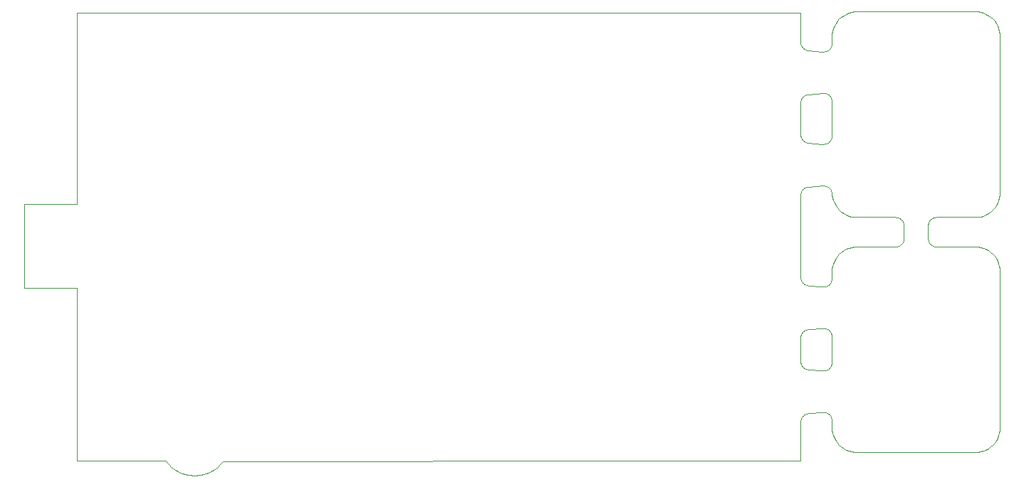
<source format=gko>
%MOIN*%
%OFA0B0*%
%FSLAX36Y36*%
%IPPOS*%
%LPD*%
%ADD10C,0*%
D10*
X003632999Y001598836D02*
X003632999Y001598836D01*
X003632999Y001747619D01*
X003633108Y001750542D01*
X003633433Y001753448D01*
X003633973Y001756322D01*
X003634725Y001759149D01*
X003635685Y001761911D01*
X003636847Y001764595D01*
X003638205Y001767185D01*
X003639752Y001769667D01*
X003641479Y001772027D01*
X003643376Y001774253D01*
X003645433Y001776332D01*
X003647638Y001778252D01*
X003649981Y001780004D01*
X003652446Y001781576D01*
X003655022Y001782961D01*
X003657693Y001784152D01*
X003660446Y001785140D01*
X003663264Y001785922D01*
X003666132Y001786492D01*
X003669035Y001786848D01*
X003736823Y001792610D01*
X003740078Y001792751D01*
X003743333Y001792623D01*
X003746567Y001792226D01*
X003749757Y001791563D01*
X003752881Y001790639D01*
X003755918Y001789459D01*
X003758847Y001788032D01*
X003761648Y001786368D01*
X003764302Y001784478D01*
X003766791Y001782375D01*
X003769097Y001780074D01*
X003771205Y001777589D01*
X003773100Y001774939D01*
X003774770Y001772141D01*
X003776203Y001769215D01*
X003777388Y001766181D01*
X003778319Y001763058D01*
X003778989Y001759870D01*
X003779392Y001756637D01*
X003779527Y001753381D01*
X003779527Y001593074D01*
X003779392Y001589819D01*
X003778989Y001586586D01*
X003778319Y001583397D01*
X003777388Y001580275D01*
X003776203Y001577240D01*
X003774770Y001574314D01*
X003773100Y001571516D01*
X003771205Y001568866D01*
X003769097Y001566382D01*
X003766791Y001564081D01*
X003764302Y001561978D01*
X003761648Y001560088D01*
X003758847Y001558424D01*
X003755918Y001556997D01*
X003752881Y001555817D01*
X003749757Y001554893D01*
X003746567Y001554230D01*
X003743333Y001553833D01*
X003740078Y001553704D01*
X003736823Y001553846D01*
X003669035Y001559608D01*
X003666132Y001559964D01*
X003663264Y001560534D01*
X003660446Y001561315D01*
X003657693Y001562304D01*
X003655022Y001563494D01*
X003652446Y001564879D01*
X003649981Y001566452D01*
X003647638Y001568203D01*
X003645433Y001570124D01*
X003643376Y001572203D01*
X003641479Y001574428D01*
X003639752Y001576789D01*
X003638205Y001579271D01*
X003636847Y001581861D01*
X003635685Y001584545D01*
X003634725Y001587307D01*
X003633973Y001590133D01*
X003633433Y001593008D01*
X003633108Y001595914D01*
X003632999Y001598836D01*
X003897637Y001072834D02*
X003897637Y001072834D01*
X003884413Y001072092D01*
X003871355Y001069873D01*
X003858628Y001066206D01*
X003846391Y001061138D01*
X003834799Y001054731D01*
X003823997Y001047066D01*
X003814120Y001038241D01*
X003805295Y001028364D01*
X003797630Y001017562D01*
X003791223Y001005970D01*
X003786155Y000993733D01*
X003782488Y000981006D01*
X003780270Y000967948D01*
X003779527Y000954724D01*
X003779527Y000923783D01*
X003779392Y000920528D01*
X003778989Y000917295D01*
X003778319Y000914106D01*
X003777388Y000910984D01*
X003776203Y000907949D01*
X003774770Y000905023D01*
X003773100Y000902225D01*
X003771205Y000899575D01*
X003769097Y000897091D01*
X003766791Y000894789D01*
X003764302Y000892686D01*
X003761648Y000890796D01*
X003758847Y000889132D01*
X003755918Y000887705D01*
X003752881Y000886526D01*
X003749757Y000885601D01*
X003746567Y000884938D01*
X003743333Y000884541D01*
X003740078Y000884413D01*
X003736823Y000884554D01*
X003669035Y000890316D01*
X003666132Y000890672D01*
X003663264Y000891242D01*
X003660446Y000892024D01*
X003657693Y000893013D01*
X003655022Y000894203D01*
X003652446Y000895588D01*
X003649981Y000897161D01*
X003647638Y000898912D01*
X003645433Y000900832D01*
X003643376Y000902911D01*
X003641479Y000905137D01*
X003639752Y000907497D01*
X003638205Y000909979D01*
X003636847Y000912569D01*
X003635685Y000915253D01*
X003634725Y000918016D01*
X003633973Y000920842D01*
X003633433Y000923716D01*
X003633108Y000926623D01*
X003632999Y000929545D01*
X003632999Y001314548D01*
X003633112Y001317528D01*
X003633450Y001320490D01*
X003634012Y001323418D01*
X003634793Y001326295D01*
X003635789Y001329105D01*
X003636996Y001331832D01*
X003638405Y001334459D01*
X003640009Y001336972D01*
X003641799Y001339357D01*
X003643764Y001341599D01*
X003645893Y001343686D01*
X003648174Y001345606D01*
X003650593Y001347348D01*
X003653138Y001348902D01*
X003655793Y001350259D01*
X003658543Y001351411D01*
X003661372Y001352351D01*
X003664264Y001353075D01*
X003667203Y001353578D01*
X003670171Y001353857D01*
X003738479Y001357678D01*
X003741569Y001357729D01*
X003744654Y001357538D01*
X003747715Y001357105D01*
X003750732Y001356434D01*
X003753687Y001355528D01*
X003756562Y001354392D01*
X003759339Y001353035D01*
X003762001Y001351465D01*
X003764531Y001349690D01*
X003766915Y001347722D01*
X003769137Y001345573D01*
X003771183Y001343257D01*
X003773041Y001340787D01*
X003774700Y001338179D01*
X003776150Y001335449D01*
X003777380Y001332613D01*
X003778384Y001329690D01*
X003779156Y001326697D01*
X003779691Y001323653D01*
X003779985Y001320576D01*
X003780270Y001315516D01*
X003782488Y001302458D01*
X003786155Y001289731D01*
X003791223Y001277494D01*
X003797630Y001265901D01*
X003805295Y001255099D01*
X003814120Y001245223D01*
X003823997Y001236398D01*
X003834799Y001228733D01*
X003846391Y001222326D01*
X003858628Y001217258D01*
X003871355Y001213591D01*
X003884413Y001211372D01*
X003897637Y001210629D01*
X004077295Y001210629D01*
X004080384Y001210508D01*
X004083454Y001210145D01*
X004086486Y001209542D01*
X004089461Y001208703D01*
X004092361Y001207633D01*
X004095168Y001206338D01*
X004097866Y001204828D01*
X004100436Y001203110D01*
X004102864Y001201197D01*
X004105134Y001199098D01*
X004107232Y001196828D01*
X004109146Y001194400D01*
X004110863Y001191830D01*
X004112374Y001189133D01*
X004113668Y001186326D01*
X004114738Y001183425D01*
X004115577Y001180450D01*
X004116180Y001177418D01*
X004116544Y001174348D01*
X004116665Y001171259D01*
X004116665Y001112204D01*
X004116544Y001109115D01*
X004116180Y001106045D01*
X004115577Y001103013D01*
X004114738Y001100038D01*
X004113668Y001097138D01*
X004112374Y001094331D01*
X004110863Y001091633D01*
X004109146Y001089063D01*
X004107232Y001086635D01*
X004105134Y001084365D01*
X004102864Y001082267D01*
X004100436Y001080353D01*
X004097866Y001078636D01*
X004095168Y001077125D01*
X004092361Y001075831D01*
X004089461Y001074761D01*
X004086486Y001073922D01*
X004083454Y001073319D01*
X004080384Y001072956D01*
X004077295Y001072834D01*
X003897637Y001072834D01*
X003632999Y000251556D02*
X003632999Y000251556D01*
X003633108Y000254479D01*
X003633433Y000257385D01*
X003633973Y000260259D01*
X003634725Y000263086D01*
X003635685Y000265848D01*
X003636847Y000268532D01*
X003638205Y000271122D01*
X003639752Y000273604D01*
X003641479Y000275964D01*
X003643376Y000278190D01*
X003645433Y000280269D01*
X003647638Y000282189D01*
X003649981Y000283941D01*
X003652446Y000285513D01*
X003655022Y000286898D01*
X003657693Y000288089D01*
X003660446Y000289077D01*
X003663264Y000289859D01*
X003666132Y000290429D01*
X003669035Y000290785D01*
X003736823Y000296547D01*
X003740078Y000296688D01*
X003743333Y000296560D01*
X003746567Y000296163D01*
X003749757Y000295500D01*
X003752881Y000294576D01*
X003755918Y000293396D01*
X003758847Y000291969D01*
X003761648Y000290305D01*
X003764302Y000288415D01*
X003766791Y000286312D01*
X003769097Y000284011D01*
X003771205Y000281526D01*
X003773100Y000278876D01*
X003774770Y000276078D01*
X003776203Y000273152D01*
X003777388Y000270118D01*
X003778319Y000266995D01*
X003778989Y000263807D01*
X003779392Y000260574D01*
X003779527Y000257318D01*
X003779527Y000226377D01*
X003780270Y000213153D01*
X003782488Y000200096D01*
X003786155Y000187368D01*
X003791223Y000175131D01*
X003797630Y000163539D01*
X003805295Y000152737D01*
X003814120Y000142861D01*
X003823997Y000134035D01*
X003834799Y000126371D01*
X003846391Y000119964D01*
X003858628Y000114895D01*
X003871355Y000111229D01*
X003884413Y000109010D01*
X003897637Y000108267D01*
X004448818Y000108267D01*
X004462042Y000109010D01*
X004475100Y000111229D01*
X004487827Y000114895D01*
X004500065Y000119964D01*
X004511657Y000126371D01*
X004522459Y000134035D01*
X004532335Y000142861D01*
X004541161Y000152737D01*
X004548825Y000163539D01*
X004555232Y000175131D01*
X004560300Y000187368D01*
X004563967Y000200096D01*
X004566186Y000213153D01*
X004566929Y000226377D01*
X004566929Y000954724D01*
X004566186Y000967948D01*
X004563967Y000981006D01*
X004560300Y000993733D01*
X004555232Y001005970D01*
X004548825Y001017562D01*
X004541161Y001028364D01*
X004532335Y001038241D01*
X004522459Y001047066D01*
X004511657Y001054731D01*
X004500065Y001061138D01*
X004487827Y001066206D01*
X004475100Y001069873D01*
X004462042Y001072092D01*
X004448818Y001072834D01*
X004269161Y001072834D01*
X004266072Y001072956D01*
X004263002Y001073319D01*
X004259970Y001073922D01*
X004256995Y001074761D01*
X004254095Y001075831D01*
X004251287Y001077125D01*
X004248590Y001078636D01*
X004246020Y001080353D01*
X004243592Y001082267D01*
X004241322Y001084365D01*
X004239224Y001086635D01*
X004237310Y001089063D01*
X004235592Y001091633D01*
X004234082Y001094331D01*
X004232788Y001097138D01*
X004231718Y001100038D01*
X004230879Y001103013D01*
X004230275Y001106045D01*
X004229912Y001109115D01*
X004229791Y001112204D01*
X004229791Y001171259D01*
X004229912Y001174348D01*
X004230275Y001177418D01*
X004230879Y001180450D01*
X004231718Y001183425D01*
X004232788Y001186326D01*
X004234082Y001189133D01*
X004235592Y001191830D01*
X004237310Y001194400D01*
X004239224Y001196828D01*
X004241322Y001199098D01*
X004243592Y001201197D01*
X004246020Y001203110D01*
X004248590Y001204828D01*
X004251287Y001206338D01*
X004254095Y001207633D01*
X004256995Y001208703D01*
X004259970Y001209542D01*
X004263002Y001210145D01*
X004266072Y001210508D01*
X004269161Y001210629D01*
X004448818Y001210629D01*
X004462042Y001211372D01*
X004475100Y001213591D01*
X004487827Y001217258D01*
X004500065Y001222326D01*
X004511657Y001228733D01*
X004522459Y001236398D01*
X004532335Y001245223D01*
X004541161Y001255099D01*
X004548825Y001265901D01*
X004555232Y001277494D01*
X004560300Y001289731D01*
X004563967Y001302458D01*
X004566186Y001315516D01*
X004566929Y001328740D01*
X004566929Y002057086D01*
X004566186Y002070310D01*
X004563967Y002083368D01*
X004560300Y002096095D01*
X004555232Y002108333D01*
X004548825Y002119925D01*
X004541161Y002130727D01*
X004532335Y002140603D01*
X004522459Y002149429D01*
X004511657Y002157093D01*
X004500065Y002163500D01*
X004487827Y002168568D01*
X004475100Y002172235D01*
X004462042Y002174454D01*
X004448818Y002175196D01*
X003897637Y002175196D01*
X003884413Y002174454D01*
X003871355Y002172235D01*
X003858628Y002168568D01*
X003846391Y002163500D01*
X003834799Y002157093D01*
X003823997Y002149429D01*
X003814120Y002140603D01*
X003805295Y002130727D01*
X003797630Y002119925D01*
X003791223Y002108333D01*
X003786155Y002096095D01*
X003782488Y002083368D01*
X003780270Y002070310D01*
X003779527Y002057086D01*
X003779527Y002026145D01*
X003779392Y002022890D01*
X003778989Y002019657D01*
X003778319Y002016468D01*
X003777388Y002013346D01*
X003776203Y002010311D01*
X003774770Y002007385D01*
X003773100Y002004587D01*
X003771205Y002001937D01*
X003769097Y001999453D01*
X003766791Y001997151D01*
X003764302Y001995048D01*
X003761648Y001993159D01*
X003758847Y001991494D01*
X003755918Y001990068D01*
X003752881Y001988888D01*
X003749757Y001987964D01*
X003746567Y001987300D01*
X003743333Y001986903D01*
X003740078Y001986775D01*
X003736823Y001986917D01*
X003669035Y001992679D01*
X003666132Y001993034D01*
X003663264Y001993605D01*
X003660446Y001994386D01*
X003657693Y001995375D01*
X003655022Y001996565D01*
X003652446Y001997950D01*
X003649981Y001999523D01*
X003647638Y002001274D01*
X003645433Y002003195D01*
X003643376Y002005273D01*
X003641479Y002007499D01*
X003639752Y002009860D01*
X003638205Y002012342D01*
X003636847Y002014932D01*
X003635685Y002017615D01*
X003634725Y002020378D01*
X003633973Y002023204D01*
X003633433Y002026078D01*
X003633108Y002028985D01*
X003632999Y002031907D01*
X003632999Y002167319D01*
X000245999Y002167319D01*
X000245999Y001272319D01*
X000000000Y001272319D01*
X000000000Y000878319D01*
X000245999Y000878319D01*
X000245999Y000067319D01*
X000661645Y000067319D01*
X000669448Y000057619D01*
X000677949Y000048525D01*
X000687103Y000040088D01*
X000696859Y000032354D01*
X000707162Y000025366D01*
X000717955Y000019162D01*
X000729179Y000013778D01*
X000740773Y000009242D01*
X000752671Y000005581D01*
X000764808Y000002813D01*
X000777118Y000000954D01*
X000789532Y000000015D01*
X000801980Y000000000D01*
X000814396Y000000910D01*
X000826710Y000002740D01*
X000838854Y000005480D01*
X000850761Y000009114D01*
X000862365Y000013622D01*
X000873602Y000018980D01*
X000884410Y000025158D01*
X000894729Y000032122D01*
X000904502Y000039833D01*
X000913676Y000048249D01*
X000922199Y000057323D01*
X000930024Y000067005D01*
X000961000Y000067005D01*
X002845000Y000067319D01*
X003632999Y000067319D01*
X003632999Y000251556D01*
X003632999Y000645257D02*
X003632999Y000645257D01*
X003633108Y000648180D01*
X003633433Y000651086D01*
X003633973Y000653960D01*
X003634725Y000656786D01*
X003635685Y000659549D01*
X003636847Y000662233D01*
X003638205Y000664823D01*
X003639752Y000667305D01*
X003641479Y000669665D01*
X003643376Y000671891D01*
X003645433Y000673970D01*
X003647638Y000675890D01*
X003649981Y000677641D01*
X003652446Y000679214D01*
X003655022Y000680599D01*
X003657693Y000681789D01*
X003660446Y000682778D01*
X003663264Y000683560D01*
X003666132Y000684130D01*
X003669035Y000684486D01*
X003736823Y000690248D01*
X003740078Y000690389D01*
X003743333Y000690261D01*
X003746567Y000689864D01*
X003749757Y000689201D01*
X003752881Y000688276D01*
X003755918Y000687097D01*
X003758847Y000685670D01*
X003761648Y000684006D01*
X003764302Y000682116D01*
X003766791Y000680013D01*
X003769097Y000677711D01*
X003771205Y000675227D01*
X003773100Y000672577D01*
X003774770Y000669779D01*
X003776203Y000666853D01*
X003777388Y000663818D01*
X003778319Y000660696D01*
X003778989Y000657507D01*
X003779392Y000654274D01*
X003779527Y000651019D01*
X003779527Y000530082D01*
X003779392Y000526827D01*
X003778989Y000523594D01*
X003778319Y000520405D01*
X003777388Y000517283D01*
X003776203Y000514248D01*
X003774770Y000511322D01*
X003773100Y000508524D01*
X003771205Y000505874D01*
X003769097Y000503390D01*
X003766791Y000501088D01*
X003764302Y000498985D01*
X003761648Y000497096D01*
X003758847Y000495431D01*
X003755918Y000494005D01*
X003752881Y000492825D01*
X003749757Y000491901D01*
X003746567Y000491237D01*
X003743333Y000490840D01*
X003740078Y000490712D01*
X003736823Y000490854D01*
X003669035Y000496616D01*
X003666132Y000496971D01*
X003663264Y000497542D01*
X003660446Y000498323D01*
X003657693Y000499312D01*
X003655022Y000500502D01*
X003652446Y000501887D01*
X003649981Y000503460D01*
X003647638Y000505211D01*
X003645433Y000507132D01*
X003643376Y000509210D01*
X003641479Y000511436D01*
X003639752Y000513797D01*
X003638205Y000516279D01*
X003636847Y000518869D01*
X003635685Y000521552D01*
X003634725Y000524315D01*
X003633973Y000527141D01*
X003633433Y000530015D01*
X003633108Y000532922D01*
X003632999Y000535844D01*
X003632999Y000645257D01*
M02*
</source>
